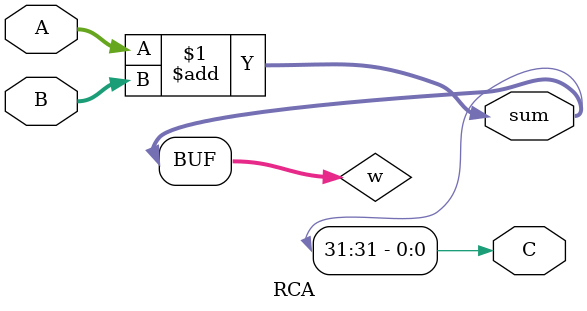
<source format=v>
`timescale 1ns / 1ps
module RCA(input [31:0]A,input  [31:0]B, output [31:0] sum,output C);
wire  [31:0]w;
assign w = A  +  B;
assign sum = w;
assign C = w[31];

endmodule

</source>
